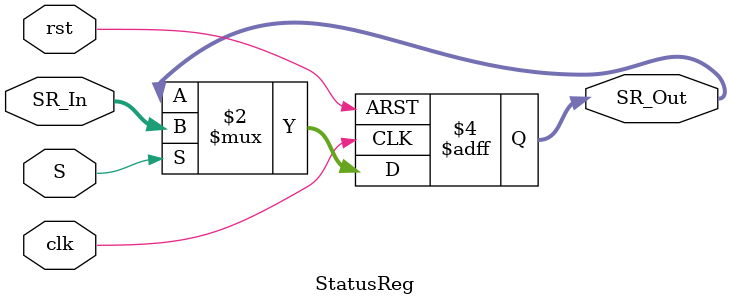
<source format=v>
module StatusReg (clk, rst, S, SR_In, SR_Out);
    input clk, rst, S;
    input [3:0] SR_In;
    output reg [3:0] SR_Out;

    always@(posedge clk, posedge rst) begin
        if(rst)
            SR_Out <= 4'b0100;
        else if(S)
            SR_Out <= SR_In;
    end

endmodule
</source>
